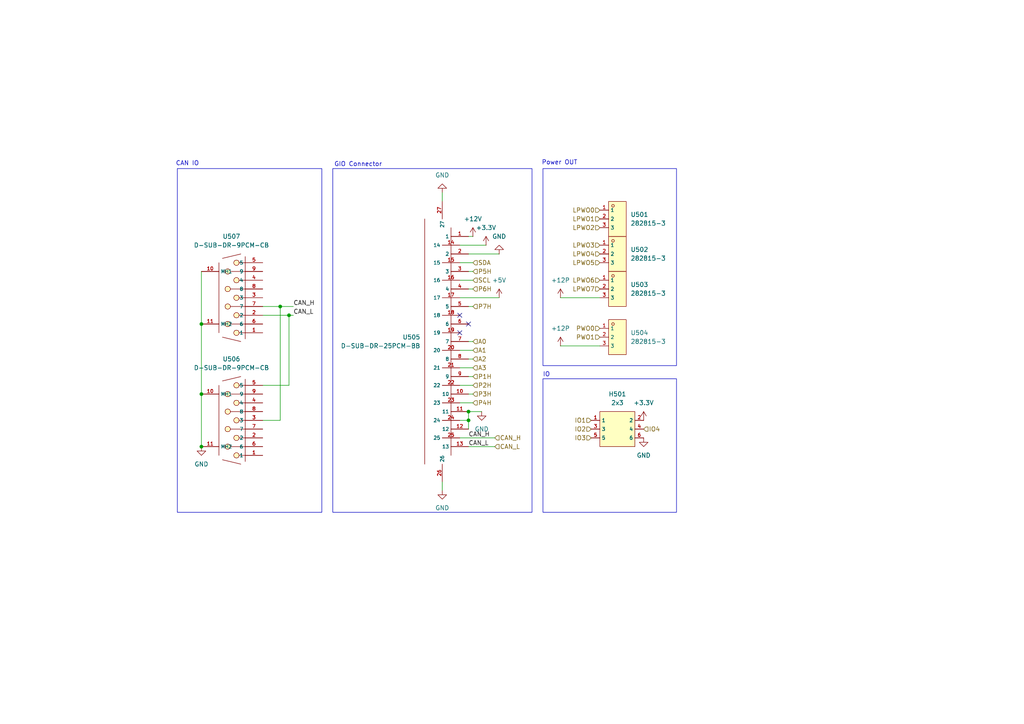
<source format=kicad_sch>
(kicad_sch (version 20231120) (generator "eeschema") (generator_version "8.0")
  (paper "A4")
  (lib_symbols
    (symbol "282815-3:282815-3"
      (property "Reference" "U" (at 0 1.27 0))
      (property "Value" "282815-3" (at 0 -2.54 0))
      (symbol "282815-3_0_1"
        (rectangle (start -2.54 5.08) (end 2.54 -5.08) (fill (type background)))
        (circle (center -1.27 3.81) (radius 0.381) (fill (type background)))
        (pin unspecified line (at -5.08 2.54 0) (length 2.54) (name "1") (number "1"))
        (pin unspecified line (at -5.08 0 0) (length 2.54) (name "2") (number "2"))
        (pin unspecified line (at -5.08 -2.54 0) (length 2.54) (name "3") (number "3"))
      )
    )
    (symbol "D-SUB-DR-25PCM-BB:D-SUB-DR-25PCM-BB"
      (property "Reference" "U" (at 0 1.27 0))
      (property "Value" "D-SUB-DR-25PCM-BB" (at 0 -2.54 0))
      (symbol "D-SUB-DR-25PCM-BB_0_1"
        (polyline (pts (xy -7.62 35.5601) (xy -7.62 -35.5601)))
        (polyline (pts (xy 0 33.0201) (xy 0 -33.0201)))
        (pin unspecified line (at 5.08 30.48 180) (length 5.08) (name "1") (number "1"))
        (pin unspecified line (at 5.08 -15.24 180) (length 5.08) (name "10") (number "10"))
        (pin unspecified line (at 5.08 -20.32 180) (length 5.08) (name "11") (number "11"))
        (pin unspecified line (at 5.08 -25.4 180) (length 5.08) (name "12") (number "12"))
        (pin unspecified line (at 5.08 -30.48 180) (length 5.08) (name "13") (number "13"))
        (pin unspecified line (at 2.54 27.94 180) (length 5.08) (name "14") (number "14"))
        (pin unspecified line (at 2.54 22.86 180) (length 5.08) (name "15") (number "15"))
        (pin unspecified line (at 2.54 17.78 180) (length 5.08) (name "16") (number "16"))
        (pin unspecified line (at 2.54 12.7 180) (length 5.08) (name "17") (number "17"))
        (pin unspecified line (at 2.54 7.62 180) (length 5.08) (name "18") (number "18"))
        (pin unspecified line (at 2.54 2.54 180) (length 5.08) (name "19") (number "19"))
        (pin unspecified line (at 5.08 25.4 180) (length 5.08) (name "2") (number "2"))
        (pin unspecified line (at 2.54 -2.54 180) (length 5.08) (name "20") (number "20"))
        (pin unspecified line (at 2.54 -7.62 180) (length 5.08) (name "21") (number "21"))
        (pin unspecified line (at 2.54 -12.7 180) (length 5.08) (name "22") (number "22"))
        (pin unspecified line (at 2.54 -17.78 180) (length 5.08) (name "23") (number "23"))
        (pin unspecified line (at 2.54 -22.86 180) (length 5.08) (name "24") (number "24"))
        (pin unspecified line (at 2.54 -27.94 180) (length 5.08) (name "25") (number "25"))
        (pin unspecified line (at -2.54 -40.64 90) (length 5.08) (name "26") (number "26"))
        (pin unspecified line (at -2.54 40.64 270) (length 5.08) (name "27") (number "27"))
        (pin unspecified line (at 5.08 20.32 180) (length 5.08) (name "3") (number "3"))
        (pin unspecified line (at 5.08 15.24 180) (length 5.08) (name "4") (number "4"))
        (pin unspecified line (at 5.08 10.16 180) (length 5.08) (name "5") (number "5"))
        (pin unspecified line (at 5.08 5.08 180) (length 5.08) (name "6") (number "6"))
        (pin unspecified line (at 5.08 0 180) (length 5.08) (name "7") (number "7"))
        (pin unspecified line (at 5.08 -5.08 180) (length 5.08) (name "8") (number "8"))
        (pin unspecified line (at 5.08 -10.16 180) (length 5.08) (name "9") (number "9"))
      )
    )
    (symbol "D-SUB-DR-9PCM-CB:D-SUB-DR-9PCM-CB"
      (property "Reference" "U" (at 0 1.27 0))
      (property "Value" "D-SUB-DR-9PCM-CB" (at 0 -2.54 0))
      (symbol "D-SUB-DR-9PCM-CB_0_1"
        (arc (start -5.3618 169.9909) (mid -4.6426 168.7471) (end -3.3987 169.4662))
        (arc (start -4.6424 146.2141) (mid -5.3618 144.9703) (end -4.1181 144.2509))
        (circle (center -2.54 -10.16) (radius 0.762) (fill (type background)))
        (circle (center -2.54 -5.08) (radius 0.762) (fill (type background)))
        (circle (center -2.54 0) (radius 0.762) (fill (type background)))
        (circle (center -2.54 5.08) (radius 0.762) (fill (type background)))
        (circle (center -2.54 10.16) (radius 0.762) (fill (type background)))
        (circle (center 0 -7.62) (radius 0.762) (fill (type background)))
        (circle (center 0 -2.54) (radius 0.762) (fill (type background)))
        (polyline (pts (xy -5.08 -11.938) (xy -5.08 -10.16)))
        (polyline (pts (xy -5.08 -10.16) (xy -5.08 10.16)))
        (polyline (pts (xy -5.08 -7.62) (xy -0.762 -7.62)))
        (polyline (pts (xy -5.08 -2.54) (xy -0.762 -2.54)))
        (polyline (pts (xy -5.08 2.54) (xy -0.762 2.54)))
        (polyline (pts (xy -5.08 7.62) (xy -0.762 7.62)))
        (polyline (pts (xy -5.08 11.938) (xy -5.08 10.16)))
        (polyline (pts (xy -3.302 -10.16) (xy -5.08 -10.16)))
        (polyline (pts (xy -3.302 -5.08) (xy -5.08 -5.08)))
        (polyline (pts (xy -3.302 0) (xy -5.08 0)))
        (polyline (pts (xy -3.302 5.08) (xy -5.08 5.08)))
        (polyline (pts (xy -3.302 10.16) (xy -5.08 10.16)))
        (polyline (pts (xy 1.524 -11.43) (xy -3.81 -12.7)))
        (polyline (pts (xy 1.524 11.43) (xy -3.81 12.7)))
        (polyline (pts (xy 2.54 -10.16) (xy 2.54 10.16)))
        (circle (center 0 2.54) (radius 0.762) (fill (type background)))
        (circle (center 0 7.62) (radius 0.762) (fill (type background)))
        (arc (start 0.9297 168.8151) (mid 1.5076 167.1148) (end 3.208 167.6923))
        (arc (start 1.5134 147.8465) (mid 0.9434 146.1433) (end 2.6467 145.5733))
        (pin input line (at -10.16 10.16 0) (length 5.08) (name "1") (number "1"))
        (pin input line (at 7.62 -7.62 180) (length 5.08) (name "MH1") (number "10"))
        (pin input line (at 7.62 7.62 180) (length 5.08) (name "MH2") (number "11"))
        (pin input line (at -10.16 5.08 0) (length 5.08) (name "2") (number "2"))
        (pin input line (at -10.16 0 0) (length 5.08) (name "3") (number "3"))
        (pin input line (at -10.16 -5.08 0) (length 5.08) (name "4") (number "4"))
        (pin input line (at -10.16 -10.16 0) (length 5.08) (name "5") (number "5"))
        (pin input line (at -10.16 7.62 0) (length 5.08) (name "6") (number "6"))
        (pin input line (at -10.16 2.54 0) (length 5.08) (name "7") (number "7"))
        (pin input line (at -10.16 -2.54 0) (length 5.08) (name "8") (number "8"))
        (pin input line (at -10.16 -7.62 0) (length 5.08) (name "9") (number "9"))
      )
    )
    (symbol "Header-Male-2_54_2x3:Header-Male-2_54_2x3"
      (property "Reference" "H" (at 0 1.27 0))
      (property "Value" "Header-Male-2_54_2x3" (at 0 -2.54 0))
      (symbol "Header-Male-2_54_2x3_0_1"
        (rectangle (start -5.08 5.08) (end 5.08 -5.08) (fill (type background)))
        (pin input line (at -7.62 2.54 0) (length 2.54) (name "1") (number "1"))
        (pin input line (at 7.62 2.54 180) (length 2.54) (name "2") (number "2"))
        (pin input line (at -7.62 0 0) (length 2.54) (name "3") (number "3"))
        (pin input line (at 7.62 0 180) (length 2.54) (name "4") (number "4"))
        (pin input line (at -7.62 -2.54 0) (length 2.54) (name "5") (number "5"))
        (pin input line (at 7.62 -2.54 180) (length 2.54) (name "6") (number "6"))
      )
    )
    (symbol "power:+12P" (power) (pin_numbers hide) (pin_names (offset 0) hide)
      (property "Value" "+12P" (at 0 3.556 0))
      (symbol "+12P_0_1"
        (polyline (pts (xy -0.762 1.27) (xy 0 2.54)))
        (polyline (pts (xy 0 0) (xy 0 2.54)))
        (polyline (pts (xy 0 2.54) (xy 0.762 1.27)))
      )
      (symbol "+12P_1_1"
        (pin power_in line (at 0 0 90) (length 0) (name "~") (number "1"))
      )
    )
    (symbol "power:+12V" (power) (pin_numbers hide) (pin_names (offset 0) hide)
      (property "Value" "+12V" (at 0 3.556 0))
      (symbol "+12V_0_1"
        (polyline (pts (xy -0.762 1.27) (xy 0 2.54)))
        (polyline (pts (xy 0 0) (xy 0 2.54)))
        (polyline (pts (xy 0 2.54) (xy 0.762 1.27)))
      )
      (symbol "+12V_1_1"
        (pin power_in line (at 0 0 90) (length 0) (name "~") (number "1"))
      )
    )
    (symbol "power:+3.3V" (power) (pin_numbers hide) (pin_names (offset 0) hide)
      (property "Value" "+3.3V" (at 0 3.556 0))
      (symbol "+3.3V_0_1"
        (polyline (pts (xy -0.762 1.27) (xy 0 2.54)))
        (polyline (pts (xy 0 0) (xy 0 2.54)))
        (polyline (pts (xy 0 2.54) (xy 0.762 1.27)))
      )
      (symbol "+3.3V_1_1"
        (pin power_in line (at 0 0 90) (length 0) (name "~") (number "1"))
      )
    )
    (symbol "power:+5V" (power) (pin_numbers hide) (pin_names (offset 0) hide)
      (property "Value" "+5V" (at 0 3.556 0))
      (symbol "+5V_0_1"
        (polyline (pts (xy -0.762 1.27) (xy 0 2.54)))
        (polyline (pts (xy 0 0) (xy 0 2.54)))
        (polyline (pts (xy 0 2.54) (xy 0.762 1.27)))
      )
      (symbol "+5V_1_1"
        (pin power_in line (at 0 0 90) (length 0) (name "~") (number "1"))
      )
    )
    (symbol "power:GND" (power) (pin_numbers hide) (pin_names (offset 0) hide)
      (property "Value" "GND" (at 0 -3.81 0))
      (symbol "GND_0_1"
        (polyline (pts (xy 0 0) (xy 0 -1.27) (xy 1.27 -1.27) (xy 0 -2.54) (xy -1.27 -1.27) (xy 0 -1.27)))
      )
      (symbol "GND_1_1"
        (pin power_in line (at 0 0 270) (length 0) (name "~") (number "1"))
      )
    )
  )
  (junction (at 135.89 119.38))
  (junction (at 83.82 91.44))
  (junction (at 135.89 121.92))
  (junction (at 81.28 88.9))
  (junction (at 58.42 129.54))
  (junction (at 58.42 114.3))
  (junction (at 58.42 93.98))
  (no_connect (at 133.35 91.44))
  (no_connect (at 133.35 96.52))
  (no_connect (at 135.89 93.98))
  (wire (pts (xy 162.56 100.33) (xy 173.99 100.33)))
  (wire (pts (xy 58.42 93.98) (xy 58.42 114.3)))
  (wire (pts (xy 76.2 121.92) (xy 81.28 121.92)))
  (wire (pts (xy 135.89 121.92) (xy 135.89 124.46)))
  (wire (pts (xy 133.35 116.84) (xy 137.16 116.84)))
  (wire (pts (xy 133.35 121.92) (xy 135.89 121.92)))
  (wire (pts (xy 133.35 106.68) (xy 137.16 106.68)))
  (wire (pts (xy 133.35 71.12) (xy 140.97 71.12)))
  (wire (pts (xy 137.16 83.82) (xy 135.89 83.82)))
  (wire (pts (xy 133.35 81.28) (xy 137.16 81.28)))
  (wire (pts (xy 135.89 104.14) (xy 137.16 104.14)))
  (wire (pts (xy 135.89 73.66) (xy 144.78 73.66)))
  (wire (pts (xy 133.35 111.76) (xy 137.16 111.76)))
  (wire (pts (xy 162.56 86.36) (xy 173.99 86.36)))
  (wire (pts (xy 83.82 111.76) (xy 76.2 111.76)))
  (wire (pts (xy 135.89 129.54) (xy 143.51 129.54)))
  (wire (pts (xy 128.27 139.7) (xy 128.27 142.24)))
  (wire (pts (xy 76.2 88.9) (xy 81.28 88.9)))
  (wire (pts (xy 135.89 68.58) (xy 137.16 68.58)))
  (wire (pts (xy 83.82 91.44) (xy 83.82 111.76)))
  (wire (pts (xy 81.28 88.9) (xy 85.09 88.9)))
  (wire (pts (xy 81.28 121.92) (xy 81.28 88.9)))
  (wire (pts (xy 76.2 91.44) (xy 83.82 91.44)))
  (wire (pts (xy 135.89 119.38) (xy 135.89 121.92)))
  (wire (pts (xy 135.89 119.38) (xy 139.7 119.38)))
  (wire (pts (xy 133.35 86.36) (xy 144.78 86.36)))
  (wire (pts (xy 83.82 91.44) (xy 85.09 91.44)))
  (wire (pts (xy 133.35 127) (xy 143.51 127)))
  (wire (pts (xy 58.42 114.3) (xy 58.42 129.54)))
  (wire (pts (xy 135.89 88.9) (xy 137.16 88.9)))
  (wire (pts (xy 137.16 76.2) (xy 133.35 76.2)))
  (wire (pts (xy 135.89 99.06) (xy 137.16 99.06)))
  (wire (pts (xy 58.42 78.74) (xy 58.42 93.98)))
  (wire (pts (xy 128.27 55.88) (xy 128.27 58.42)))
  (wire (pts (xy 135.89 109.22) (xy 137.16 109.22)))
  (wire (pts (xy 137.16 78.74) (xy 135.89 78.74)))
  (wire (pts (xy 133.35 101.6) (xy 137.16 101.6)))
  (wire (pts (xy 135.89 114.3) (xy 137.16 114.3)))
  (rectangle (start 157.48 109.855) (end 196.215 148.59))
  (rectangle (start 51.435 48.895) (end 93.345 148.59))
  (rectangle (start 96.52 48.895) (end 154.305 148.59))
  (rectangle (start 157.48 48.895) (end 196.215 106.045))
  (text "GIO Connector" (at 103.886 47.752 0) (effects (font (size 1.27 1.27))))
  (text "IO" (at 158.496 108.712 0) (effects (font (size 1.27 1.27))))
  (text "CAN IO" (at 54.356 47.498 0) (effects (font (size 1.27 1.27))))
  (text "Power OUT\n" (at 162.306 47.244 0) (effects (font (size 1.27 1.27))))
  (label "CAN_H" (at 135.89 127 0))
  (label "CAN_L" (at 85.09 91.44 0))
  (label "CAN_L" (at 135.89 129.54 0))
  (label "CAN_H" (at 85.09 88.9 0))
  (hierarchical_label "PWO0" (shape input) (at 173.99 95.25 180))
  (hierarchical_label "LPWO3" (shape input) (at 173.99 71.12 180))
  (hierarchical_label "LPWO5" (shape input) (at 173.99 76.2 180))
  (hierarchical_label "PWO1" (shape input) (at 173.99 97.79 180))
  (hierarchical_label "A1" (shape input) (at 137.16 101.6 0))
  (hierarchical_label "P4H" (shape input) (at 137.16 116.84 0))
  (hierarchical_label "CAN_L" (shape input) (at 143.51 129.54 0))
  (hierarchical_label "IO4" (shape input) (at 186.69 124.46 0))
  (hierarchical_label "IO2" (shape input) (at 171.45 124.46 180))
  (hierarchical_label "P1H" (shape input) (at 137.16 109.22 0))
  (hierarchical_label "LPWO6" (shape input) (at 173.99 81.28 180))
  (hierarchical_label "A3" (shape input) (at 137.16 106.68 0))
  (hierarchical_label "P6H" (shape input) (at 137.16 83.82 0))
  (hierarchical_label "A2" (shape input) (at 137.16 104.14 0))
  (hierarchical_label "LPWO7" (shape input) (at 173.99 83.82 180))
  (hierarchical_label "LPWO0" (shape input) (at 173.99 60.96 180))
  (hierarchical_label "P5H" (shape input) (at 137.16 78.74 0))
  (hierarchical_label "IO1" (shape input) (at 171.45 121.92 180))
  (hierarchical_label "SCL" (shape input) (at 137.16 81.28 0))
  (hierarchical_label "LPWO1" (shape input) (at 173.99 63.5 180))
  (hierarchical_label "LPWO2" (shape input) (at 173.99 66.04 180))
  (hierarchical_label "IO3" (shape input) (at 171.45 127 180))
  (hierarchical_label "SDA" (shape input) (at 137.16 76.2 0))
  (hierarchical_label "P3H" (shape input) (at 137.16 114.3 0))
  (hierarchical_label "A0" (shape input) (at 137.16 99.06 0))
  (hierarchical_label "LPWO4" (shape input) (at 173.99 73.66 180))
  (hierarchical_label "P7H" (shape input) (at 137.16 88.9 0))
  (hierarchical_label "P2H" (shape input) (at 137.16 111.76 0))
  (hierarchical_label "CAN_H" (shape input) (at 143.51 127 0))
  (symbol (lib_id "power:+12V") (at 137.16 68.58 0) (unit 1)
    (property "Reference" "#PWR0502" (effects (hide yes)))
    (property "Value" "+12V" (at 137.16 63.5 0))
    (property "Description" "Power symbol creates a global label with name \"+12V\"" (effects (hide yes)))
  )
  (symbol (lib_id "power:+12P") (at 162.56 100.33 0) (unit 1)
    (property "Reference" "#PWR0506" (effects (hide yes)))
    (property "Value" "+12P" (at 162.56 95.25 0))
    (property "Description" "Power symbol creates a global label with name \"+12P\"" (effects (hide yes)))
  )
  (symbol (lib_id "power:GND") (at 128.27 55.88 180) (unit 1)
    (property "Reference" "#PWR0501" (effects (hide yes)))
    (property "Value" "GND" (at 128.27 50.8 0))
    (property "Description" "Power symbol creates a global label with name \"GND\" , ground" (effects (hide yes)))
  )
  (symbol (lib_id "power:GND") (at 58.42 129.54 0) (unit 1)
    (property "Reference" "#PWR0509" (effects (hide yes)))
    (property "Value" "GND" (at 58.42 134.62 0))
    (property "Description" "Power symbol creates a global label with name \"GND\" , ground" (effects (hide yes)))
  )
  (symbol (lib_id "power:GND") (at 144.78 73.66 180) (unit 1)
    (property "Reference" "#PWR0504" (effects (hide yes)))
    (property "Value" "GND" (at 144.78 68.58 0))
    (property "Description" "Power symbol creates a global label with name \"GND\" , ground" (effects (hide yes)))
  )
  (symbol (lib_id "power:GND") (at 139.7 119.38 0) (unit 1)
    (property "Reference" "#PWR0507" (effects (hide yes)))
    (property "Value" "GND" (at 139.7 124.46 0))
    (property "Description" "Power symbol creates a global label with name \"GND\" , ground" (effects (hide yes)))
  )
  (symbol (lib_id "power:GND") (at 186.69 127 0) (unit 1)
    (property "Reference" "#PWR0510" (effects (hide yes)))
    (property "Value" "GND" (at 186.69 132.08 0))
    (property "Description" "Power symbol creates a global label with name \"GND\" , ground" (effects (hide yes)))
  )
  (symbol (lib_id "282815-3:282815-3") (at 179.07 63.5 0) (unit 1)
    (property "Reference" "U501" (at 182.88 62.2299 0) (effects (justify left)))
    (property "Value" "282815-3" (at 182.88 64.7699 0) (effects (justify left)))
    (property "Footprint" "footprint:CONN-TH_3P-P5.08_TE_282815-3" (effects (hide yes)))
    (property "Datasheet" "https://atta.szlcsc.com/upload/public/pdf/source/20220505/0588D301BAC24563B79B9877361C676E.pdf" (effects (hide yes)))
    (property "LCSC" "C3009947" (effects (hide yes)))
  )
  (symbol (lib_id "D-SUB-DR-9PCM-CB:D-SUB-DR-9PCM-CB") (at 66.04 121.92 180) (unit 1)
    (property "Reference" "U506" (at 67.1341 104.14 0))
    (property "Value" "D-SUB-DR-9PCM-CB" (at 67.1341 106.68 0))
    (property "Footprint" "footprint:DB9-TH_D-SUB-DR-9PCM-CB" (effects (hide yes)))
    (property "Datasheet" "https://atta.szlcsc.com/upload/public/pdf/source/20231108/FB2E8AB0BE4F620DDF3F7F4D0B9AFB97.pdf" (effects (hide yes)))
    (property "LCSC" "C19077337" (effects (hide yes)))
  )
  (symbol (lib_id "282815-3:282815-3") (at 179.07 83.82 0) (unit 1)
    (property "Reference" "U503" (at 182.88 82.5499 0) (effects (justify left)))
    (property "Value" "282815-3" (at 182.88 85.0899 0) (effects (justify left)))
    (property "Footprint" "footprint:CONN-TH_3P-P5.08_TE_282815-3" (effects (hide yes)))
    (property "Datasheet" "https://atta.szlcsc.com/upload/public/pdf/source/20220505/0588D301BAC24563B79B9877361C676E.pdf" (effects (hide yes)))
    (property "LCSC" "C3009947" (effects (hide yes)))
  )
  (symbol (lib_id "282815-3:282815-3") (at 179.07 73.66 0) (unit 1)
    (property "Reference" "U502" (at 182.88 72.3899 0) (effects (justify left)))
    (property "Value" "282815-3" (at 182.88 74.9299 0) (effects (justify left)))
    (property "Footprint" "footprint:CONN-TH_3P-P5.08_TE_282815-3" (effects (hide yes)))
    (property "Datasheet" "https://atta.szlcsc.com/upload/public/pdf/source/20220505/0588D301BAC24563B79B9877361C676E.pdf" (effects (hide yes)))
    (property "LCSC" "C3009947" (effects (hide yes)))
  )
  (symbol (lib_id "D-SUB-DR-9PCM-CB:D-SUB-DR-9PCM-CB") (at 66.04 86.36 180) (unit 1)
    (property "Reference" "U507" (at 67.1341 68.58 0))
    (property "Value" "D-SUB-DR-9PCM-CB" (at 67.1341 71.12 0))
    (property "Footprint" "footprint:DB9-TH_D-SUB-DR-9PCM-CB" (effects (hide yes)))
    (property "Datasheet" "https://atta.szlcsc.com/upload/public/pdf/source/20231108/FB2E8AB0BE4F620DDF3F7F4D0B9AFB97.pdf" (effects (hide yes)))
    (property "LCSC" "C19077337" (effects (hide yes)))
  )
  (symbol (lib_id "Header-Male-2_54_2x3:Header-Male-2_54_2x3") (at 179.07 124.46 0) (unit 1)
    (property "Reference" "H501" (at 179.07 114.3 0))
    (property "Value" "2x3" (at 179.07 116.84 0))
    (property "Footprint" "footprint:HDR-TH_6P-P2.54-V-M-R2-C3-S2.54-1" (effects (hide yes)))
    (property "Datasheet" "https://lcsc.com/product-detail/Female-Header_Made-in-China-Made-in-China-Made-in-China-Made-in-Cina-2-54mm-2x3-Female-header-Bagged-RoHS_C47552.html" (effects (hide yes)))
    (property "LCSC" "C65114" (effects (hide yes)))
  )
  (symbol (lib_id "power:+3.3V") (at 140.97 71.12 0) (unit 1)
    (property "Reference" "#PWR0503" (effects (hide yes)))
    (property "Value" "+3.3V" (at 140.97 66.04 0))
    (property "Description" "Power symbol creates a global label with name \"+3.3V\"" (effects (hide yes)))
  )
  (symbol (lib_id "power:GND") (at 128.27 142.24 0) (unit 1)
    (property "Reference" "#PWR0508" (effects (hide yes)))
    (property "Value" "GND" (at 128.27 147.32 0))
    (property "Description" "Power symbol creates a global label with name \"GND\" , ground" (effects (hide yes)))
  )
  (symbol (lib_id "power:+3.3V") (at 186.69 121.92 0) (unit 1)
    (property "Reference" "#PWR0511" (effects (hide yes)))
    (property "Value" "+3.3V" (at 186.69 116.84 0))
    (property "Description" "Power symbol creates a global label with name \"+3.3V\"" (effects (hide yes)))
  )
  (symbol (lib_id "power:+5V") (at 144.78 86.36 0) (mirror y) (unit 1)
    (property "Reference" "#PWR0606" (effects (hide yes)))
    (property "Value" "+5V" (at 144.78 81.28 0))
    (property "Description" "Power symbol creates a global label with name \"+5V\"" (effects (hide yes)))
  )
  (symbol (lib_id "282815-3:282815-3") (at 179.07 97.79 0) (unit 1)
    (property "Reference" "U504" (at 182.88 96.5199 0) (effects (justify left)))
    (property "Value" "282815-3" (at 182.88 99.0599 0) (effects (justify left)))
    (property "Footprint" "footprint:CONN-TH_3P-P5.08_TE_282815-3" (effects (hide yes)))
    (property "Datasheet" "https://atta.szlcsc.com/upload/public/pdf/source/20220505/0588D301BAC24563B79B9877361C676E.pdf" (effects (hide yes)))
    (property "LCSC" "C3009947" (effects (hide yes)))
  )
  (symbol (lib_id "D-SUB-DR-25PCM-BB:D-SUB-DR-25PCM-BB") (at 130.81 99.06 0) (unit 1)
    (property "Reference" "U505" (at 121.92 97.7899 0) (effects (justify right)))
    (property "Value" "D-SUB-DR-25PCM-BB" (at 121.92 100.3299 0) (effects (justify right)))
    (property "Footprint" "footprint:DB25-TH_D-SUB-DR-25PCM-BB" (effects (hide yes)))
    (property "Datasheet" "https://atta.szlcsc.com/upload/public/pdf/source/20231108/848E1C4097B15A7AE9A4448451ACC9B7.pdf" (effects (hide yes)))
    (property "LCSC" "C19077339" (effects (hide yes)))
  )
  (symbol (lib_id "power:+12P") (at 162.56 86.36 0) (unit 1)
    (property "Reference" "#PWR0505" (effects (hide yes)))
    (property "Value" "+12P" (at 162.56 81.28 0))
    (property "Description" "Power symbol creates a global label with name \"+12P\"" (effects (hide yes)))
  )
)
</source>
